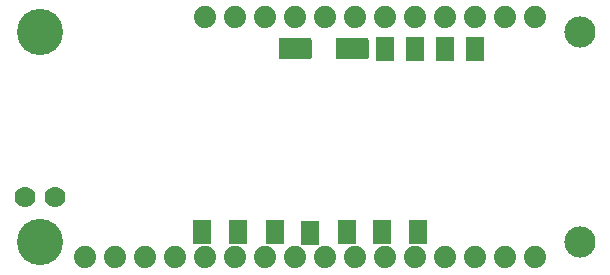
<source format=gbr>
G04 EAGLE Gerber RS-274X export*
G75*
%MOMM*%
%FSLAX34Y34*%
%LPD*%
%INSoldermask Bottom*%
%IPPOS*%
%AMOC8*
5,1,8,0,0,1.08239X$1,22.5*%
G01*
%ADD10C,2.641600*%
%ADD11C,3.911600*%
%ADD12C,1.879600*%
%ADD13C,1.778000*%
%ADD14R,1.601600X2.101600*%

G36*
X302378Y180356D02*
X302378Y180356D01*
X302497Y180363D01*
X302535Y180376D01*
X302576Y180381D01*
X302686Y180424D01*
X302799Y180461D01*
X302834Y180483D01*
X302871Y180498D01*
X302967Y180568D01*
X303068Y180631D01*
X303096Y180661D01*
X303129Y180684D01*
X303205Y180776D01*
X303286Y180863D01*
X303306Y180898D01*
X303331Y180929D01*
X303382Y181037D01*
X303440Y181141D01*
X303450Y181181D01*
X303467Y181217D01*
X303489Y181334D01*
X303519Y181449D01*
X303523Y181510D01*
X303527Y181530D01*
X303525Y181550D01*
X303529Y181610D01*
X303529Y196850D01*
X303514Y196968D01*
X303507Y197087D01*
X303494Y197125D01*
X303489Y197166D01*
X303446Y197276D01*
X303409Y197389D01*
X303387Y197424D01*
X303372Y197461D01*
X303303Y197557D01*
X303239Y197658D01*
X303209Y197686D01*
X303186Y197719D01*
X303094Y197795D01*
X303007Y197876D01*
X302972Y197896D01*
X302941Y197921D01*
X302833Y197972D01*
X302729Y198030D01*
X302689Y198040D01*
X302653Y198057D01*
X302536Y198079D01*
X302421Y198109D01*
X302361Y198113D01*
X302341Y198117D01*
X302320Y198115D01*
X302260Y198119D01*
X276860Y198119D01*
X276742Y198104D01*
X276623Y198097D01*
X276585Y198084D01*
X276544Y198079D01*
X276434Y198036D01*
X276321Y197999D01*
X276286Y197977D01*
X276249Y197962D01*
X276153Y197893D01*
X276052Y197829D01*
X276024Y197799D01*
X275991Y197776D01*
X275916Y197684D01*
X275834Y197597D01*
X275814Y197562D01*
X275789Y197531D01*
X275738Y197423D01*
X275680Y197319D01*
X275670Y197279D01*
X275653Y197243D01*
X275631Y197126D01*
X275601Y197011D01*
X275597Y196951D01*
X275593Y196931D01*
X275594Y196924D01*
X275593Y196922D01*
X275594Y196906D01*
X275591Y196850D01*
X275591Y181610D01*
X275606Y181492D01*
X275613Y181373D01*
X275626Y181335D01*
X275631Y181294D01*
X275674Y181184D01*
X275711Y181071D01*
X275733Y181036D01*
X275748Y180999D01*
X275818Y180903D01*
X275881Y180802D01*
X275911Y180774D01*
X275934Y180741D01*
X276026Y180666D01*
X276113Y180584D01*
X276148Y180564D01*
X276179Y180539D01*
X276287Y180488D01*
X276391Y180430D01*
X276431Y180420D01*
X276467Y180403D01*
X276584Y180381D01*
X276699Y180351D01*
X276760Y180347D01*
X276780Y180343D01*
X276800Y180345D01*
X276860Y180341D01*
X302260Y180341D01*
X302378Y180356D01*
G37*
G36*
X254118Y180356D02*
X254118Y180356D01*
X254237Y180363D01*
X254275Y180376D01*
X254316Y180381D01*
X254426Y180424D01*
X254539Y180461D01*
X254574Y180483D01*
X254611Y180498D01*
X254707Y180568D01*
X254808Y180631D01*
X254836Y180661D01*
X254869Y180684D01*
X254945Y180776D01*
X255026Y180863D01*
X255046Y180898D01*
X255071Y180929D01*
X255122Y181037D01*
X255180Y181141D01*
X255190Y181181D01*
X255207Y181217D01*
X255229Y181334D01*
X255259Y181449D01*
X255263Y181510D01*
X255267Y181530D01*
X255265Y181550D01*
X255269Y181610D01*
X255269Y196850D01*
X255254Y196968D01*
X255247Y197087D01*
X255234Y197125D01*
X255229Y197166D01*
X255186Y197276D01*
X255149Y197389D01*
X255127Y197424D01*
X255112Y197461D01*
X255043Y197557D01*
X254979Y197658D01*
X254949Y197686D01*
X254926Y197719D01*
X254834Y197795D01*
X254747Y197876D01*
X254712Y197896D01*
X254681Y197921D01*
X254573Y197972D01*
X254469Y198030D01*
X254429Y198040D01*
X254393Y198057D01*
X254276Y198079D01*
X254161Y198109D01*
X254101Y198113D01*
X254081Y198117D01*
X254060Y198115D01*
X254000Y198119D01*
X228600Y198119D01*
X228482Y198104D01*
X228363Y198097D01*
X228325Y198084D01*
X228284Y198079D01*
X228174Y198036D01*
X228061Y197999D01*
X228026Y197977D01*
X227989Y197962D01*
X227893Y197893D01*
X227792Y197829D01*
X227764Y197799D01*
X227731Y197776D01*
X227656Y197684D01*
X227574Y197597D01*
X227554Y197562D01*
X227529Y197531D01*
X227478Y197423D01*
X227420Y197319D01*
X227410Y197279D01*
X227393Y197243D01*
X227371Y197126D01*
X227341Y197011D01*
X227337Y196951D01*
X227333Y196931D01*
X227334Y196924D01*
X227333Y196922D01*
X227334Y196906D01*
X227331Y196850D01*
X227331Y181610D01*
X227346Y181492D01*
X227353Y181373D01*
X227366Y181335D01*
X227371Y181294D01*
X227414Y181184D01*
X227451Y181071D01*
X227473Y181036D01*
X227488Y180999D01*
X227558Y180903D01*
X227621Y180802D01*
X227651Y180774D01*
X227674Y180741D01*
X227766Y180666D01*
X227853Y180584D01*
X227888Y180564D01*
X227919Y180539D01*
X228027Y180488D01*
X228131Y180430D01*
X228171Y180420D01*
X228207Y180403D01*
X228324Y180381D01*
X228439Y180351D01*
X228500Y180347D01*
X228520Y180343D01*
X228540Y180345D01*
X228600Y180341D01*
X254000Y180341D01*
X254118Y180356D01*
G37*
D10*
X482600Y203200D03*
X482600Y25400D03*
D11*
X25400Y203200D03*
X25400Y25400D03*
D12*
X165100Y215900D03*
X190500Y215900D03*
X215900Y215900D03*
X241300Y215900D03*
X266700Y215900D03*
X292100Y215900D03*
X317500Y215900D03*
X342900Y215900D03*
X368300Y215900D03*
X393700Y215900D03*
X419100Y215900D03*
X444500Y215900D03*
X165100Y12700D03*
X190500Y12700D03*
X215900Y12700D03*
X241300Y12700D03*
X266700Y12700D03*
X292100Y12700D03*
X317500Y12700D03*
X342900Y12700D03*
X368300Y12700D03*
X393700Y12700D03*
X419100Y12700D03*
X444500Y12700D03*
X139700Y12700D03*
X114300Y12700D03*
X88900Y12700D03*
X63500Y12700D03*
D13*
X38100Y63500D03*
X12700Y63500D03*
D14*
X393700Y189230D03*
X342900Y189230D03*
X368300Y189230D03*
X317500Y189230D03*
X314960Y34290D03*
X345440Y34290D03*
X285115Y34290D03*
X254000Y33655D03*
X224155Y34290D03*
X193040Y34290D03*
X162560Y34290D03*
M02*

</source>
